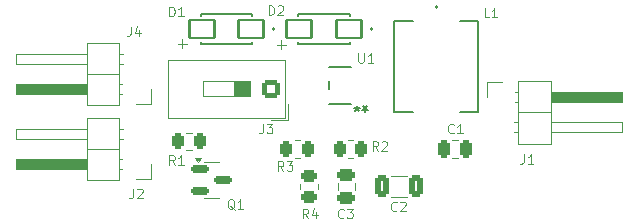
<source format=gbr>
%TF.GenerationSoftware,KiCad,Pcbnew,9.0.2*%
%TF.CreationDate,2025-06-13T22:03:49+05:30*%
%TF.ProjectId,Tiny Solar Supply,54696e79-2053-46f6-9c61-722053757070,rev?*%
%TF.SameCoordinates,Original*%
%TF.FileFunction,Legend,Top*%
%TF.FilePolarity,Positive*%
%FSLAX46Y46*%
G04 Gerber Fmt 4.6, Leading zero omitted, Abs format (unit mm)*
G04 Created by KiCad (PCBNEW 9.0.2) date 2025-06-13 22:03:49*
%MOMM*%
%LPD*%
G01*
G04 APERTURE LIST*
G04 Aperture macros list*
%AMRoundRect*
0 Rectangle with rounded corners*
0 $1 Rounding radius*
0 $2 $3 $4 $5 $6 $7 $8 $9 X,Y pos of 4 corners*
0 Add a 4 corners polygon primitive as box body*
4,1,4,$2,$3,$4,$5,$6,$7,$8,$9,$2,$3,0*
0 Add four circle primitives for the rounded corners*
1,1,$1+$1,$2,$3*
1,1,$1+$1,$4,$5*
1,1,$1+$1,$6,$7*
1,1,$1+$1,$8,$9*
0 Add four rect primitives between the rounded corners*
20,1,$1+$1,$2,$3,$4,$5,0*
20,1,$1+$1,$4,$5,$6,$7,0*
20,1,$1+$1,$6,$7,$8,$9,0*
20,1,$1+$1,$8,$9,$2,$3,0*%
G04 Aperture macros list end*
%ADD10C,0.100000*%
%ADD11C,0.150000*%
%ADD12C,0.127000*%
%ADD13C,0.200000*%
%ADD14C,0.120000*%
%ADD15C,0.152400*%
%ADD16RoundRect,0.102000X1.060000X0.750000X-1.060000X0.750000X-1.060000X-0.750000X1.060000X-0.750000X0*%
%ADD17RoundRect,0.250000X0.325000X0.650000X-0.325000X0.650000X-0.325000X-0.650000X0.325000X-0.650000X0*%
%ADD18RoundRect,0.250000X-0.262500X-0.450000X0.262500X-0.450000X0.262500X0.450000X-0.262500X0.450000X0*%
%ADD19R,1.700000X1.700000*%
%ADD20C,1.700000*%
%ADD21RoundRect,0.250000X-0.250000X-0.475000X0.250000X-0.475000X0.250000X0.475000X-0.250000X0.475000X0*%
%ADD22R,3.302000X2.667000*%
%ADD23RoundRect,0.150000X-0.587500X-0.150000X0.587500X-0.150000X0.587500X0.150000X-0.587500X0.150000X0*%
%ADD24RoundRect,0.250000X0.262500X0.450000X-0.262500X0.450000X-0.262500X-0.450000X0.262500X-0.450000X0*%
%ADD25RoundRect,0.250000X0.475000X-0.250000X0.475000X0.250000X-0.475000X0.250000X-0.475000X-0.250000X0*%
%ADD26R,1.181100X0.558800*%
%ADD27RoundRect,0.250000X-0.450000X0.262500X-0.450000X-0.262500X0.450000X-0.262500X0.450000X0.262500X0*%
%ADD28RoundRect,0.250000X0.550000X0.550000X-0.550000X0.550000X-0.550000X-0.550000X0.550000X-0.550000X0*%
%ADD29C,1.600000*%
G04 APERTURE END LIST*
D10*
X100003884Y-111091466D02*
X100765789Y-111091466D01*
X100384836Y-111472419D02*
X100384836Y-110710514D01*
X108403884Y-111191466D02*
X109165789Y-111191466D01*
X108784836Y-111572419D02*
X108784836Y-110810514D01*
X99309524Y-108764895D02*
X99309524Y-107964895D01*
X99309524Y-107964895D02*
X99500000Y-107964895D01*
X99500000Y-107964895D02*
X99614286Y-108002990D01*
X99614286Y-108002990D02*
X99690476Y-108079180D01*
X99690476Y-108079180D02*
X99728571Y-108155371D01*
X99728571Y-108155371D02*
X99766667Y-108307752D01*
X99766667Y-108307752D02*
X99766667Y-108422038D01*
X99766667Y-108422038D02*
X99728571Y-108574419D01*
X99728571Y-108574419D02*
X99690476Y-108650609D01*
X99690476Y-108650609D02*
X99614286Y-108726800D01*
X99614286Y-108726800D02*
X99500000Y-108764895D01*
X99500000Y-108764895D02*
X99309524Y-108764895D01*
X100528571Y-108764895D02*
X100071428Y-108764895D01*
X100300000Y-108764895D02*
X100300000Y-107964895D01*
X100300000Y-107964895D02*
X100223809Y-108079180D01*
X100223809Y-108079180D02*
X100147619Y-108155371D01*
X100147619Y-108155371D02*
X100071428Y-108193466D01*
X118566667Y-125188704D02*
X118528571Y-125226800D01*
X118528571Y-125226800D02*
X118414286Y-125264895D01*
X118414286Y-125264895D02*
X118338095Y-125264895D01*
X118338095Y-125264895D02*
X118223809Y-125226800D01*
X118223809Y-125226800D02*
X118147619Y-125150609D01*
X118147619Y-125150609D02*
X118109524Y-125074419D01*
X118109524Y-125074419D02*
X118071428Y-124922038D01*
X118071428Y-124922038D02*
X118071428Y-124807752D01*
X118071428Y-124807752D02*
X118109524Y-124655371D01*
X118109524Y-124655371D02*
X118147619Y-124579180D01*
X118147619Y-124579180D02*
X118223809Y-124502990D01*
X118223809Y-124502990D02*
X118338095Y-124464895D01*
X118338095Y-124464895D02*
X118414286Y-124464895D01*
X118414286Y-124464895D02*
X118528571Y-124502990D01*
X118528571Y-124502990D02*
X118566667Y-124541085D01*
X118871428Y-124541085D02*
X118909524Y-124502990D01*
X118909524Y-124502990D02*
X118985714Y-124464895D01*
X118985714Y-124464895D02*
X119176190Y-124464895D01*
X119176190Y-124464895D02*
X119252381Y-124502990D01*
X119252381Y-124502990D02*
X119290476Y-124541085D01*
X119290476Y-124541085D02*
X119328571Y-124617276D01*
X119328571Y-124617276D02*
X119328571Y-124693466D01*
X119328571Y-124693466D02*
X119290476Y-124807752D01*
X119290476Y-124807752D02*
X118833333Y-125264895D01*
X118833333Y-125264895D02*
X119328571Y-125264895D01*
X116966667Y-120164895D02*
X116700000Y-119783942D01*
X116509524Y-120164895D02*
X116509524Y-119364895D01*
X116509524Y-119364895D02*
X116814286Y-119364895D01*
X116814286Y-119364895D02*
X116890476Y-119402990D01*
X116890476Y-119402990D02*
X116928571Y-119441085D01*
X116928571Y-119441085D02*
X116966667Y-119517276D01*
X116966667Y-119517276D02*
X116966667Y-119631561D01*
X116966667Y-119631561D02*
X116928571Y-119707752D01*
X116928571Y-119707752D02*
X116890476Y-119745847D01*
X116890476Y-119745847D02*
X116814286Y-119783942D01*
X116814286Y-119783942D02*
X116509524Y-119783942D01*
X117271428Y-119441085D02*
X117309524Y-119402990D01*
X117309524Y-119402990D02*
X117385714Y-119364895D01*
X117385714Y-119364895D02*
X117576190Y-119364895D01*
X117576190Y-119364895D02*
X117652381Y-119402990D01*
X117652381Y-119402990D02*
X117690476Y-119441085D01*
X117690476Y-119441085D02*
X117728571Y-119517276D01*
X117728571Y-119517276D02*
X117728571Y-119593466D01*
X117728571Y-119593466D02*
X117690476Y-119707752D01*
X117690476Y-119707752D02*
X117233333Y-120164895D01*
X117233333Y-120164895D02*
X117728571Y-120164895D01*
X96033333Y-109664895D02*
X96033333Y-110236323D01*
X96033333Y-110236323D02*
X95995238Y-110350609D01*
X95995238Y-110350609D02*
X95919047Y-110426800D01*
X95919047Y-110426800D02*
X95804762Y-110464895D01*
X95804762Y-110464895D02*
X95728571Y-110464895D01*
X96757143Y-109931561D02*
X96757143Y-110464895D01*
X96566667Y-109626800D02*
X96376190Y-110198228D01*
X96376190Y-110198228D02*
X96871429Y-110198228D01*
X123371667Y-118623704D02*
X123333571Y-118661800D01*
X123333571Y-118661800D02*
X123219286Y-118699895D01*
X123219286Y-118699895D02*
X123143095Y-118699895D01*
X123143095Y-118699895D02*
X123028809Y-118661800D01*
X123028809Y-118661800D02*
X122952619Y-118585609D01*
X122952619Y-118585609D02*
X122914524Y-118509419D01*
X122914524Y-118509419D02*
X122876428Y-118357038D01*
X122876428Y-118357038D02*
X122876428Y-118242752D01*
X122876428Y-118242752D02*
X122914524Y-118090371D01*
X122914524Y-118090371D02*
X122952619Y-118014180D01*
X122952619Y-118014180D02*
X123028809Y-117937990D01*
X123028809Y-117937990D02*
X123143095Y-117899895D01*
X123143095Y-117899895D02*
X123219286Y-117899895D01*
X123219286Y-117899895D02*
X123333571Y-117937990D01*
X123333571Y-117937990D02*
X123371667Y-117976085D01*
X124133571Y-118699895D02*
X123676428Y-118699895D01*
X123905000Y-118699895D02*
X123905000Y-117899895D01*
X123905000Y-117899895D02*
X123828809Y-118014180D01*
X123828809Y-118014180D02*
X123752619Y-118090371D01*
X123752619Y-118090371D02*
X123676428Y-118128466D01*
X126366666Y-108864895D02*
X125985714Y-108864895D01*
X125985714Y-108864895D02*
X125985714Y-108064895D01*
X127052380Y-108864895D02*
X126595237Y-108864895D01*
X126823809Y-108864895D02*
X126823809Y-108064895D01*
X126823809Y-108064895D02*
X126747618Y-108179180D01*
X126747618Y-108179180D02*
X126671428Y-108255371D01*
X126671428Y-108255371D02*
X126595237Y-108293466D01*
X104823809Y-125141085D02*
X104747619Y-125102990D01*
X104747619Y-125102990D02*
X104671428Y-125026800D01*
X104671428Y-125026800D02*
X104557142Y-124912514D01*
X104557142Y-124912514D02*
X104480952Y-124874419D01*
X104480952Y-124874419D02*
X104404761Y-124874419D01*
X104442857Y-125064895D02*
X104366666Y-125026800D01*
X104366666Y-125026800D02*
X104290476Y-124950609D01*
X104290476Y-124950609D02*
X104252380Y-124798228D01*
X104252380Y-124798228D02*
X104252380Y-124531561D01*
X104252380Y-124531561D02*
X104290476Y-124379180D01*
X104290476Y-124379180D02*
X104366666Y-124302990D01*
X104366666Y-124302990D02*
X104442857Y-124264895D01*
X104442857Y-124264895D02*
X104595238Y-124264895D01*
X104595238Y-124264895D02*
X104671428Y-124302990D01*
X104671428Y-124302990D02*
X104747619Y-124379180D01*
X104747619Y-124379180D02*
X104785714Y-124531561D01*
X104785714Y-124531561D02*
X104785714Y-124798228D01*
X104785714Y-124798228D02*
X104747619Y-124950609D01*
X104747619Y-124950609D02*
X104671428Y-125026800D01*
X104671428Y-125026800D02*
X104595238Y-125064895D01*
X104595238Y-125064895D02*
X104442857Y-125064895D01*
X105547618Y-125064895D02*
X105090475Y-125064895D01*
X105319047Y-125064895D02*
X105319047Y-124264895D01*
X105319047Y-124264895D02*
X105242856Y-124379180D01*
X105242856Y-124379180D02*
X105166666Y-124455371D01*
X105166666Y-124455371D02*
X105090475Y-124493466D01*
X108966667Y-121864895D02*
X108700000Y-121483942D01*
X108509524Y-121864895D02*
X108509524Y-121064895D01*
X108509524Y-121064895D02*
X108814286Y-121064895D01*
X108814286Y-121064895D02*
X108890476Y-121102990D01*
X108890476Y-121102990D02*
X108928571Y-121141085D01*
X108928571Y-121141085D02*
X108966667Y-121217276D01*
X108966667Y-121217276D02*
X108966667Y-121331561D01*
X108966667Y-121331561D02*
X108928571Y-121407752D01*
X108928571Y-121407752D02*
X108890476Y-121445847D01*
X108890476Y-121445847D02*
X108814286Y-121483942D01*
X108814286Y-121483942D02*
X108509524Y-121483942D01*
X109233333Y-121064895D02*
X109728571Y-121064895D01*
X109728571Y-121064895D02*
X109461905Y-121369657D01*
X109461905Y-121369657D02*
X109576190Y-121369657D01*
X109576190Y-121369657D02*
X109652381Y-121407752D01*
X109652381Y-121407752D02*
X109690476Y-121445847D01*
X109690476Y-121445847D02*
X109728571Y-121522038D01*
X109728571Y-121522038D02*
X109728571Y-121712514D01*
X109728571Y-121712514D02*
X109690476Y-121788704D01*
X109690476Y-121788704D02*
X109652381Y-121826800D01*
X109652381Y-121826800D02*
X109576190Y-121864895D01*
X109576190Y-121864895D02*
X109347619Y-121864895D01*
X109347619Y-121864895D02*
X109271428Y-121826800D01*
X109271428Y-121826800D02*
X109233333Y-121788704D01*
X96233333Y-123364895D02*
X96233333Y-123936323D01*
X96233333Y-123936323D02*
X96195238Y-124050609D01*
X96195238Y-124050609D02*
X96119047Y-124126800D01*
X96119047Y-124126800D02*
X96004762Y-124164895D01*
X96004762Y-124164895D02*
X95928571Y-124164895D01*
X96576190Y-123441085D02*
X96614286Y-123402990D01*
X96614286Y-123402990D02*
X96690476Y-123364895D01*
X96690476Y-123364895D02*
X96880952Y-123364895D01*
X96880952Y-123364895D02*
X96957143Y-123402990D01*
X96957143Y-123402990D02*
X96995238Y-123441085D01*
X96995238Y-123441085D02*
X97033333Y-123517276D01*
X97033333Y-123517276D02*
X97033333Y-123593466D01*
X97033333Y-123593466D02*
X96995238Y-123707752D01*
X96995238Y-123707752D02*
X96538095Y-124164895D01*
X96538095Y-124164895D02*
X97033333Y-124164895D01*
X129333333Y-120464895D02*
X129333333Y-121036323D01*
X129333333Y-121036323D02*
X129295238Y-121150609D01*
X129295238Y-121150609D02*
X129219047Y-121226800D01*
X129219047Y-121226800D02*
X129104762Y-121264895D01*
X129104762Y-121264895D02*
X129028571Y-121264895D01*
X130133333Y-121264895D02*
X129676190Y-121264895D01*
X129904762Y-121264895D02*
X129904762Y-120464895D01*
X129904762Y-120464895D02*
X129828571Y-120579180D01*
X129828571Y-120579180D02*
X129752381Y-120655371D01*
X129752381Y-120655371D02*
X129676190Y-120693466D01*
X107709524Y-108664895D02*
X107709524Y-107864895D01*
X107709524Y-107864895D02*
X107900000Y-107864895D01*
X107900000Y-107864895D02*
X108014286Y-107902990D01*
X108014286Y-107902990D02*
X108090476Y-107979180D01*
X108090476Y-107979180D02*
X108128571Y-108055371D01*
X108128571Y-108055371D02*
X108166667Y-108207752D01*
X108166667Y-108207752D02*
X108166667Y-108322038D01*
X108166667Y-108322038D02*
X108128571Y-108474419D01*
X108128571Y-108474419D02*
X108090476Y-108550609D01*
X108090476Y-108550609D02*
X108014286Y-108626800D01*
X108014286Y-108626800D02*
X107900000Y-108664895D01*
X107900000Y-108664895D02*
X107709524Y-108664895D01*
X108471428Y-107941085D02*
X108509524Y-107902990D01*
X108509524Y-107902990D02*
X108585714Y-107864895D01*
X108585714Y-107864895D02*
X108776190Y-107864895D01*
X108776190Y-107864895D02*
X108852381Y-107902990D01*
X108852381Y-107902990D02*
X108890476Y-107941085D01*
X108890476Y-107941085D02*
X108928571Y-108017276D01*
X108928571Y-108017276D02*
X108928571Y-108093466D01*
X108928571Y-108093466D02*
X108890476Y-108207752D01*
X108890476Y-108207752D02*
X108433333Y-108664895D01*
X108433333Y-108664895D02*
X108928571Y-108664895D01*
X114066667Y-125788704D02*
X114028571Y-125826800D01*
X114028571Y-125826800D02*
X113914286Y-125864895D01*
X113914286Y-125864895D02*
X113838095Y-125864895D01*
X113838095Y-125864895D02*
X113723809Y-125826800D01*
X113723809Y-125826800D02*
X113647619Y-125750609D01*
X113647619Y-125750609D02*
X113609524Y-125674419D01*
X113609524Y-125674419D02*
X113571428Y-125522038D01*
X113571428Y-125522038D02*
X113571428Y-125407752D01*
X113571428Y-125407752D02*
X113609524Y-125255371D01*
X113609524Y-125255371D02*
X113647619Y-125179180D01*
X113647619Y-125179180D02*
X113723809Y-125102990D01*
X113723809Y-125102990D02*
X113838095Y-125064895D01*
X113838095Y-125064895D02*
X113914286Y-125064895D01*
X113914286Y-125064895D02*
X114028571Y-125102990D01*
X114028571Y-125102990D02*
X114066667Y-125141085D01*
X114333333Y-125064895D02*
X114828571Y-125064895D01*
X114828571Y-125064895D02*
X114561905Y-125369657D01*
X114561905Y-125369657D02*
X114676190Y-125369657D01*
X114676190Y-125369657D02*
X114752381Y-125407752D01*
X114752381Y-125407752D02*
X114790476Y-125445847D01*
X114790476Y-125445847D02*
X114828571Y-125522038D01*
X114828571Y-125522038D02*
X114828571Y-125712514D01*
X114828571Y-125712514D02*
X114790476Y-125788704D01*
X114790476Y-125788704D02*
X114752381Y-125826800D01*
X114752381Y-125826800D02*
X114676190Y-125864895D01*
X114676190Y-125864895D02*
X114447619Y-125864895D01*
X114447619Y-125864895D02*
X114371428Y-125826800D01*
X114371428Y-125826800D02*
X114333333Y-125788704D01*
X99766667Y-121364895D02*
X99500000Y-120983942D01*
X99309524Y-121364895D02*
X99309524Y-120564895D01*
X99309524Y-120564895D02*
X99614286Y-120564895D01*
X99614286Y-120564895D02*
X99690476Y-120602990D01*
X99690476Y-120602990D02*
X99728571Y-120641085D01*
X99728571Y-120641085D02*
X99766667Y-120717276D01*
X99766667Y-120717276D02*
X99766667Y-120831561D01*
X99766667Y-120831561D02*
X99728571Y-120907752D01*
X99728571Y-120907752D02*
X99690476Y-120945847D01*
X99690476Y-120945847D02*
X99614286Y-120983942D01*
X99614286Y-120983942D02*
X99309524Y-120983942D01*
X100528571Y-121364895D02*
X100071428Y-121364895D01*
X100300000Y-121364895D02*
X100300000Y-120564895D01*
X100300000Y-120564895D02*
X100223809Y-120679180D01*
X100223809Y-120679180D02*
X100147619Y-120755371D01*
X100147619Y-120755371D02*
X100071428Y-120793466D01*
X115315976Y-111906572D02*
X115315976Y-112554191D01*
X115315976Y-112554191D02*
X115354071Y-112630381D01*
X115354071Y-112630381D02*
X115392166Y-112668477D01*
X115392166Y-112668477D02*
X115468357Y-112706572D01*
X115468357Y-112706572D02*
X115620738Y-112706572D01*
X115620738Y-112706572D02*
X115696928Y-112668477D01*
X115696928Y-112668477D02*
X115735023Y-112630381D01*
X115735023Y-112630381D02*
X115773119Y-112554191D01*
X115773119Y-112554191D02*
X115773119Y-111906572D01*
X116573118Y-112706572D02*
X116115975Y-112706572D01*
X116344547Y-112706572D02*
X116344547Y-111906572D01*
X116344547Y-111906572D02*
X116268356Y-112020857D01*
X116268356Y-112020857D02*
X116192166Y-112097048D01*
X116192166Y-112097048D02*
X116115975Y-112135143D01*
D11*
X115190500Y-116396496D02*
X115190500Y-116634591D01*
X114952405Y-116539353D02*
X115190500Y-116634591D01*
X115190500Y-116634591D02*
X115428595Y-116539353D01*
X115047643Y-116825067D02*
X115190500Y-116634591D01*
X115190500Y-116634591D02*
X115333357Y-116825067D01*
X115855499Y-116845180D02*
X115855499Y-116607085D01*
X116093594Y-116702323D02*
X115855499Y-116607085D01*
X115855499Y-116607085D02*
X115617404Y-116702323D01*
X115998356Y-116416609D02*
X115855499Y-116607085D01*
X115855499Y-116607085D02*
X115712642Y-116416609D01*
D10*
X111066667Y-125864895D02*
X110800000Y-125483942D01*
X110609524Y-125864895D02*
X110609524Y-125064895D01*
X110609524Y-125064895D02*
X110914286Y-125064895D01*
X110914286Y-125064895D02*
X110990476Y-125102990D01*
X110990476Y-125102990D02*
X111028571Y-125141085D01*
X111028571Y-125141085D02*
X111066667Y-125217276D01*
X111066667Y-125217276D02*
X111066667Y-125331561D01*
X111066667Y-125331561D02*
X111028571Y-125407752D01*
X111028571Y-125407752D02*
X110990476Y-125445847D01*
X110990476Y-125445847D02*
X110914286Y-125483942D01*
X110914286Y-125483942D02*
X110609524Y-125483942D01*
X111752381Y-125331561D02*
X111752381Y-125864895D01*
X111561905Y-125026800D02*
X111371428Y-125598228D01*
X111371428Y-125598228D02*
X111866667Y-125598228D01*
X107233333Y-117864895D02*
X107233333Y-118436323D01*
X107233333Y-118436323D02*
X107195238Y-118550609D01*
X107195238Y-118550609D02*
X107119047Y-118626800D01*
X107119047Y-118626800D02*
X107004762Y-118664895D01*
X107004762Y-118664895D02*
X106928571Y-118664895D01*
X107538095Y-117864895D02*
X108033333Y-117864895D01*
X108033333Y-117864895D02*
X107766667Y-118169657D01*
X107766667Y-118169657D02*
X107880952Y-118169657D01*
X107880952Y-118169657D02*
X107957143Y-118207752D01*
X107957143Y-118207752D02*
X107995238Y-118245847D01*
X107995238Y-118245847D02*
X108033333Y-118322038D01*
X108033333Y-118322038D02*
X108033333Y-118512514D01*
X108033333Y-118512514D02*
X107995238Y-118588704D01*
X107995238Y-118588704D02*
X107957143Y-118626800D01*
X107957143Y-118626800D02*
X107880952Y-118664895D01*
X107880952Y-118664895D02*
X107652381Y-118664895D01*
X107652381Y-118664895D02*
X107576190Y-118626800D01*
X107576190Y-118626800D02*
X107538095Y-118588704D01*
D12*
%TO.C,D1*%
X101975000Y-108575000D02*
X101975000Y-108785000D01*
X101975000Y-110925000D02*
X101975000Y-111135000D01*
X101975000Y-111135000D02*
X106305000Y-111135000D01*
X106305000Y-108575000D02*
X101975000Y-108575000D01*
X106305000Y-108575000D02*
X106305000Y-108785000D01*
X106305000Y-111135000D02*
X106305000Y-110925000D01*
D13*
X108240000Y-109855000D02*
G75*
G02*
X108040000Y-109855000I-100000J0D01*
G01*
X108040000Y-109855000D02*
G75*
G02*
X108240000Y-109855000I100000J0D01*
G01*
D14*
%TO.C,C2*%
X119456252Y-122280000D02*
X118033748Y-122280000D01*
X119456252Y-124100000D02*
X118033748Y-124100000D01*
%TO.C,R2*%
X114430436Y-119280000D02*
X114884564Y-119280000D01*
X114430436Y-120750000D02*
X114884564Y-120750000D01*
%TO.C,J4*%
X86310000Y-111960000D02*
X92310000Y-111960000D01*
X86310000Y-112820000D02*
X86310000Y-111960000D01*
X92310000Y-111010000D02*
X92310000Y-116310000D01*
X92310000Y-112820000D02*
X86310000Y-112820000D01*
X92310000Y-116310000D02*
X95070000Y-116310000D01*
X95070000Y-111010000D02*
X92310000Y-111010000D01*
X95070000Y-113660000D02*
X92310000Y-113660000D01*
X95070000Y-116310000D02*
X95070000Y-111010000D01*
X95300000Y-114500000D02*
X95070000Y-114500000D01*
X95300000Y-115360000D02*
X95070000Y-115360000D01*
X95382642Y-111960000D02*
X95070000Y-111960000D01*
X95382642Y-112820000D02*
X95070000Y-112820000D01*
X97730000Y-114930000D02*
X97730000Y-116200000D01*
X97730000Y-116200000D02*
X96460000Y-116200000D01*
X92310000Y-115360000D02*
X86310000Y-115360000D01*
X86310000Y-114500000D01*
X92310000Y-114500000D01*
X92310000Y-115360000D01*
G36*
X92310000Y-115360000D02*
G01*
X86310000Y-115360000D01*
X86310000Y-114500000D01*
X92310000Y-114500000D01*
X92310000Y-115360000D01*
G37*
%TO.C,C1*%
X123243748Y-119280000D02*
X123766252Y-119280000D01*
X123243748Y-120750000D02*
X123766252Y-120750000D01*
D15*
%TO.C,L1*%
X118364000Y-109156500D02*
X118364000Y-116903500D01*
X118364000Y-116903500D02*
X119936260Y-116903500D01*
X119936260Y-109156500D02*
X118364000Y-109156500D01*
X123903740Y-116903500D02*
X125476000Y-116903500D01*
X125476000Y-109156500D02*
X123903740Y-109156500D01*
X125476000Y-116903500D02*
X125476000Y-109156500D01*
X121996200Y-108013500D02*
G75*
G02*
X121843800Y-108013500I-76200J0D01*
G01*
X121843800Y-108013500D02*
G75*
G02*
X121996200Y-108013500I76200J0D01*
G01*
D14*
%TO.C,Q1*%
X102870000Y-121082500D02*
X102220000Y-121082500D01*
X102870000Y-121082500D02*
X103520000Y-121082500D01*
X102870000Y-124202500D02*
X102220000Y-124202500D01*
X102870000Y-124202500D02*
X103520000Y-124202500D01*
X101707500Y-121132500D02*
X101467500Y-120802500D01*
X101947500Y-120802500D01*
X101707500Y-121132500D01*
G36*
X101707500Y-121132500D02*
G01*
X101467500Y-120802500D01*
X101947500Y-120802500D01*
X101707500Y-121132500D01*
G37*
%TO.C,R3*%
X110359564Y-119280000D02*
X109905436Y-119280000D01*
X110359564Y-120750000D02*
X109905436Y-120750000D01*
%TO.C,J2*%
X86310000Y-118315000D02*
X92310000Y-118315000D01*
X86310000Y-119175000D02*
X86310000Y-118315000D01*
X92310000Y-117365000D02*
X92310000Y-122665000D01*
X92310000Y-119175000D02*
X86310000Y-119175000D01*
X92310000Y-122665000D02*
X95070000Y-122665000D01*
X95070000Y-117365000D02*
X92310000Y-117365000D01*
X95070000Y-120015000D02*
X92310000Y-120015000D01*
X95070000Y-122665000D02*
X95070000Y-117365000D01*
X95300000Y-120855000D02*
X95070000Y-120855000D01*
X95300000Y-121715000D02*
X95070000Y-121715000D01*
X95382642Y-118315000D02*
X95070000Y-118315000D01*
X95382642Y-119175000D02*
X95070000Y-119175000D01*
X97730000Y-121285000D02*
X97730000Y-122555000D01*
X97730000Y-122555000D02*
X96460000Y-122555000D01*
X92310000Y-121715000D02*
X86310000Y-121715000D01*
X86310000Y-120855000D01*
X92310000Y-120855000D01*
X92310000Y-121715000D01*
G36*
X92310000Y-121715000D02*
G01*
X86310000Y-121715000D01*
X86310000Y-120855000D01*
X92310000Y-120855000D01*
X92310000Y-121715000D01*
G37*
%TO.C,J1*%
X126171000Y-114371200D02*
X127441000Y-114371200D01*
X126171000Y-115641200D02*
X126171000Y-114371200D01*
X128518358Y-117751200D02*
X128831000Y-117751200D01*
X128518358Y-118611200D02*
X128831000Y-118611200D01*
X128601000Y-115211200D02*
X128831000Y-115211200D01*
X128601000Y-116071200D02*
X128831000Y-116071200D01*
X128831000Y-114261200D02*
X128831000Y-119561200D01*
X128831000Y-116911200D02*
X131591000Y-116911200D01*
X128831000Y-119561200D02*
X131591000Y-119561200D01*
X131591000Y-114261200D02*
X128831000Y-114261200D01*
X131591000Y-117751200D02*
X137591000Y-117751200D01*
X131591000Y-119561200D02*
X131591000Y-114261200D01*
X137591000Y-117751200D02*
X137591000Y-118611200D01*
X137591000Y-118611200D02*
X131591000Y-118611200D01*
X131591000Y-115211200D02*
X137591000Y-115211200D01*
X137591000Y-116071200D01*
X131591000Y-116071200D01*
X131591000Y-115211200D01*
G36*
X131591000Y-115211200D02*
G01*
X137591000Y-115211200D01*
X137591000Y-116071200D01*
X131591000Y-116071200D01*
X131591000Y-115211200D01*
G37*
D12*
%TO.C,D2*%
X110230000Y-108575000D02*
X110230000Y-108785000D01*
X110230000Y-110925000D02*
X110230000Y-111135000D01*
X110230000Y-111135000D02*
X114560000Y-111135000D01*
X114560000Y-108575000D02*
X110230000Y-108575000D01*
X114560000Y-108575000D02*
X114560000Y-108785000D01*
X114560000Y-111135000D02*
X114560000Y-110925000D01*
D13*
X116495000Y-109855000D02*
G75*
G02*
X116295000Y-109855000I-100000J0D01*
G01*
X116295000Y-109855000D02*
G75*
G02*
X116495000Y-109855000I100000J0D01*
G01*
D14*
%TO.C,C3*%
X113565000Y-123451252D02*
X113565000Y-122928748D01*
X115035000Y-123451252D02*
X115035000Y-122928748D01*
%TO.C,R1*%
X101192064Y-118645000D02*
X100737936Y-118645000D01*
X101192064Y-120115000D02*
X100737936Y-120115000D01*
D15*
%TO.C,U1*%
X112858550Y-114277140D02*
X112858550Y-114952862D01*
X112858550Y-116189801D02*
X114661950Y-116189801D01*
X114661950Y-113040201D02*
X112858550Y-113040201D01*
D14*
%TO.C,R4*%
X110390000Y-122962936D02*
X110390000Y-123417064D01*
X111860000Y-122962936D02*
X111860000Y-123417064D01*
%TO.C,J3*%
X99190000Y-117355000D02*
X99190000Y-112515000D01*
X104816667Y-115570000D02*
X104816667Y-114300000D01*
X109090000Y-112515000D02*
X99190000Y-112515000D01*
X109090000Y-117355000D02*
X99190000Y-117355000D01*
X109090000Y-117355000D02*
X109090000Y-112515000D01*
X109330000Y-117595000D02*
X107947000Y-117595000D01*
X109330000Y-117595000D02*
X109330000Y-116212000D01*
X106170000Y-115570000D02*
X102110000Y-115570000D01*
X102110000Y-114300000D01*
X106170000Y-114300000D01*
X106170000Y-115570000D01*
X106170000Y-115570000D02*
X104816667Y-115570000D01*
X104816667Y-114300000D01*
X106170000Y-114300000D01*
X106170000Y-115570000D01*
G36*
X106170000Y-115570000D02*
G01*
X104816667Y-115570000D01*
X104816667Y-114300000D01*
X106170000Y-114300000D01*
X106170000Y-115570000D01*
G37*
%TD*%
%LPC*%
D16*
%TO.C,D1*%
X102025000Y-109855000D03*
X106255000Y-109855000D03*
%TD*%
D17*
%TO.C,C2*%
X120220000Y-123190000D03*
X117270000Y-123190000D03*
%TD*%
D18*
%TO.C,R2*%
X113745000Y-120015000D03*
X115570000Y-120015000D03*
%TD*%
D19*
%TO.C,J4*%
X96460000Y-114930000D03*
D20*
X96460000Y-112390000D03*
%TD*%
D21*
%TO.C,C1*%
X122555000Y-120015000D03*
X124455000Y-120015000D03*
%TD*%
D22*
%TO.C,L1*%
X121920000Y-110464600D03*
X121920000Y-115595400D03*
%TD*%
D23*
%TO.C,Q1*%
X101932500Y-121692500D03*
X101932500Y-123592500D03*
X103807500Y-122642500D03*
%TD*%
D24*
%TO.C,R3*%
X111045000Y-120015000D03*
X109220000Y-120015000D03*
%TD*%
D19*
%TO.C,J2*%
X96460000Y-121285000D03*
D20*
X96460000Y-118745000D03*
%TD*%
D19*
%TO.C,J1*%
X127441000Y-115641200D03*
D20*
X127441000Y-118181200D03*
%TD*%
D16*
%TO.C,D2*%
X110280000Y-109855000D03*
X114510000Y-109855000D03*
%TD*%
D25*
%TO.C,C3*%
X114300000Y-124140000D03*
X114300000Y-122240000D03*
%TD*%
D24*
%TO.C,R1*%
X101877500Y-119380000D03*
X100052500Y-119380000D03*
%TD*%
D26*
%TO.C,U1*%
X115125500Y-115565002D03*
X115125500Y-114615001D03*
X115125500Y-113665000D03*
X112395000Y-113665000D03*
X112395000Y-115565002D03*
%TD*%
D27*
%TO.C,R4*%
X111125000Y-122277500D03*
X111125000Y-124102500D03*
%TD*%
D28*
%TO.C,J3*%
X107950000Y-114935000D03*
D29*
X100330000Y-114935000D03*
%TD*%
%LPD*%
M02*

</source>
